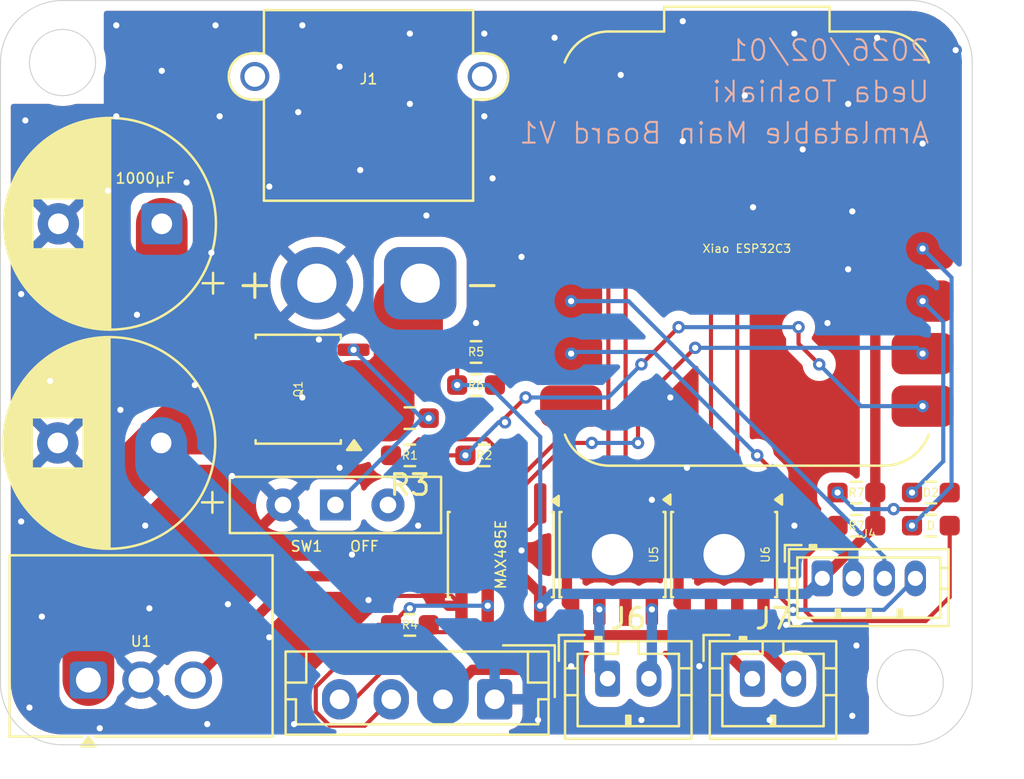
<source format=kicad_pcb>
(kicad_pcb (version 20241229) (generator "pcbnew") (generator_version "9.0")
  (layers (0 "F.Cu" signal) (2 "B.Cu" signal) (13 "F.Paste" user) (15 "B.Paste" user) (5 "F.SilkS" user "F.Silkscreen") (7 "B.SilkS" user "B.Silkscreen") (1 "F.Mask" user) (3 "B.Mask" user) (25 "Edge.Cuts" user))
  (net 0 "")
  (net 1 "GND")
  (net 2 "+12V")
  (net 3 "MD1INA")
  (net 4 "MD2INA")
  (net 5 "MD2INB")
  (net 7 "MD1INB")
  (net 8 "Net-(Q1A-G)")
  (net 9 "+5V")
  (net 10 "SCL")
  (net 11 "TX")
  (net 12 "RX")
  (net 13 "SDA")
  (net 14 "RDE")
  (net 15 "Net-(U2-RO)")
  (net 16 "Net-(J3-Pin_3)")
  (net 17 "Net-(J3-Pin_4)")
  (net 18 "Net-(J6-Pin_2)")
  (net 19 "Net-(J6-Pin_1)")
  (net 20 "Net-(J7-Pin_1)")
  (net 21 "Net-(J7-Pin_2)")
  (net 27 "Net-(D2-K)")
  (net 35 "Net-(D1-K)")
  (net 36 "Net-(D1-A)")
  (net 37 "Net-(D2-A)")
  (net 38 "Net-(J1-Pin_1)")
  (footprint "Connector_JST:JST_ZH_B4B-ZR_1x04_P1.50mm_Vertical" (layer "F.Cu") (at 139.75 127.95)
    (property "Reference" "J4" (at 2.25 -2.15 0) (layer "F.SilkS") (effects (font (size 0.4 0.4) (thickness 0.06))))
    (property "Value" "Conn_01x04_Socket")
    (pad "1" thru_hole roundrect (at 0 0) (size 1.03 1.73) (drill 0.73) (layers "*.Cu" "*.Mask") (roundrect_rratio 0.242718) (net 9 "+5V"))
    (pad "2" thru_hole oval (at 1.5 0) (size 1.03 1.73) (drill 0.73) (layers "*.Cu" "*.Mask") (net 1 "GND"))
    (pad "3" thru_hole oval (at 3 0) (size 1.03 1.73) (drill 0.73) (layers "*.Cu" "*.Mask") (net 13 "SDA"))
    (pad "4" thru_hole oval (at 4.5 0) (size 1.03 1.73) (drill 0.73) (layers "*.Cu" "*.Mask") (net 10 "SCL"))
  )
  (footprint "Connector_JST:JST_PH_B2B-PH-K_1x02_P2.00mm_Vertical" (layer "F.Cu") (at 136.365 132.8)
    (property "Reference" "J7" (at 1 -2.9 0) (layer "F.SilkS"))
    (property "Value" "Conn_01x02_Socket")
    (pad "1" thru_hole oval (at 2 0) (size 1.2 1.75) (drill 0.75) (layers "*.Cu" "*.Mask") (net 20 "Net-(J7-Pin_1)"))
    (pad "2" thru_hole roundrect (at 0 0) (size 1.2 1.75) (drill 0.75) (layers "*.Cu" "*.Mask") (roundrect_rratio 0.208333) (net 21 "Net-(J7-Pin_2)"))
  )
  (footprint "Resistor_SMD:R_0603_1608Metric_Pad0.98x0.95mm_HandSolder" (layer "F.Cu") (at 119.8 120.2 180)
    (property "Reference" "R1" (at 0 -1.8 0) (layer "F.SilkS") (effects (font (size 0.4 0.4) (thickness 0.06))))
    (property "Value" "10kΩ")
    (pad "1" smd roundrect (at -0.9125 0 180) (size 0.975 0.95) (layers "F.Cu" "F.Mask" "F.Paste") (net 8 "Net-(Q1A-G)"))
    (pad "2" smd roundrect (at 0.9125 0 180) (size 0.975 0.95) (layers "F.Cu" "F.Mask" "F.Paste") (net 38 "Net-(J1-Pin_1)"))
  )
  (footprint "Resistor_SMD:R_0603_1608Metric_Pad0.98x0.95mm_HandSolder" (layer "F.Cu") (at 141.4 123.8)
    (property "Reference" "R8" (hide yes))
    (property "Value" "250Ω")
    (pad "1" smd roundrect (at -0.9125 0) (size 0.975 0.95) (layers "F.Cu" "F.Mask" "F.Paste") (net 37 "Net-(D2-A)"))
    (pad "2" smd roundrect (at 0.9125 0) (size 0.975 0.95) (layers "F.Cu" "F.Mask" "F.Paste") (net 9 "+5V"))
  )
  (footprint "Package_SO:SSOP-8_3.9x5.05mm_P1.27mm" (layer "F.Cu") (at 114.4 118.8 180)
    (property "Reference" "Q1" (at 0 0 90) (layer "F.SilkS") (effects (font (size 0.4 0.4) (thickness 0.06))))
    (property "Value" "Q_Dual_PMOS_S1G1S2G2D2D2D1D1")
    (pad "1" smd roundrect (at -2.675 -1.905 180) (size 1.55 0.6) (layers "F.Cu" "F.Mask" "F.Paste") (net 38 "Net-(J1-Pin_1)"))
    (pad "1" smd roundrect (at -2.675 -0.635 180) (size 1.55 0.6) (layers "F.Cu" "F.Mask" "F.Paste") (net 38 "Net-(J1-Pin_1)"))
    (pad "1" smd roundrect (at -2.675 0.635 180) (size 1.55 0.6) (layers "F.Cu" "F.Mask" "F.Paste") (net 38 "Net-(J1-Pin_1)"))
    (pad "2" smd roundrect (at -2.675 1.905 180) (size 1.55 0.6) (layers "F.Cu" "F.Mask" "F.Paste") (net 8 "Net-(Q1A-G)"))
    (pad "7" smd roundrect (at 2.675 0.635 180) (size 1.55 0.6) (layers "F.Cu" "F.Mask" "F.Paste") (net 2 "+12V"))
    (pad "7" smd roundrect (at 2.675 1.905 180) (size 1.55 0.6) (layers "F.Cu" "F.Mask" "F.Paste") (net 2 "+12V"))
    (pad "8" smd roundrect (at 2.675 -1.905 180) (size 1.55 0.6) (layers "F.Cu" "F.Mask" "F.Paste") (net 2 "+12V"))
    (pad "8" smd roundrect (at 2.675 -0.635 180) (size 1.55 0.6) (layers "F.Cu" "F.Mask" "F.Paste") (net 2 "+12V"))
  )
  (footprint "RF_Module:MCU_Seeed_ESP32C3" (layer "F.Cu") (at 136.1 112)
    (property "Reference" "J2" (hide yes))
    (property "Value" "Xiao ESP32C3" (at 0 0 0) (layer "F.SilkS") (effects (font (size 0.4 0.4) (thickness 0.06))))
    (pad "1" smd roundrect (at -8.5 -7.62) (size 3 2) (layers "F.Cu" "F.Mask" "F.Paste") (net 4 "MD2INA"))
    (pad "2" smd roundrect (at -8.5 -5.08) (size 3 2) (layers "F.Cu" "F.Mask" "F.Paste") (net 5 "MD2INB"))
    (pad "3" smd roundrect (at -8.5 -2.54) (size 3 2) (layers "F.Cu" "F.Mask" "F.Paste") (net 3 "MD1INA"))
    (pad "4" smd roundrect (at -8.5 0) (size 3 2) (layers "F.Cu" "F.Mask" "F.Paste") (net 7 "MD1INB"))
    (pad "5" smd roundrect (at -8.5 2.54) (size 3 2) (layers "F.Cu" "F.Mask" "F.Paste") (net 13 "SDA"))
    (pad "6" smd roundrect (at -8.5 5.08) (size 3 2) (layers "F.Cu" "F.Mask" "F.Paste") (net 10 "SCL"))
    (pad "7" smd roundrect (at -8.5 7.62) (size 3 2) (layers "F.Cu" "F.Mask" "F.Paste") (net 11 "TX"))
    (pad "8" smd roundrect (at 8.5 7.62) (size 3 2) (layers "F.Cu" "F.Mask" "F.Paste") (net 12 "RX"))
    (pad "9" smd roundrect (at 8.5 5.08) (size 3 2) (layers "F.Cu" "F.Mask" "F.Paste") (net 14 "RDE"))
    (pad "10" smd roundrect (at 8.5 2.54) (size 3 2) (layers "F.Cu" "F.Mask" "F.Paste") (net 27 "Net-(D2-K)"))
    (pad "11" smd roundrect (at 8.5 0) (size 3 2) (layers "F.Cu" "F.Mask" "F.Paste") (net 35 "Net-(D1-K)"))
    (pad "12" smd roundrect (at 8.5 -2.54) (size 3 2) (layers "F.Cu" "F.Mask" "F.Paste"))
    (pad "13" smd roundrect (at 8.5 -5.08) (size 3 2) (layers "F.Cu" "F.Mask" "F.Paste") (net 1 "GND"))
    (pad "14" smd roundrect (at 8.5 -7.62) (size 3 2) (layers "F.Cu" "F.Mask" "F.Paste") (net 9 "+5V"))
    (pad "15" smd roundrect (at 2.1 0.6) (size 3.5 3.5) (property pad_prop_heatsink) (layers "F.Cu" "F.Mask") (roundrect_rratio 0.07142857143))
    (pad "16" smd roundrect (at -4.5 -0.4) (size 2.3 1.3) (layers "F.Cu" "F.Mask" "F.Paste") (roundrect_rratio 0.1923076923))
    (pad "17" smd roundrect (at -4.5 -2.3) (size 2.3 1.3) (layers "F.Cu" "F.Mask" "F.Paste") (roundrect_rratio 0.1923076923))
    (pad "18" smd circle (at -1.27 -8.62) (size 1.3 1.3) (layers "F.Cu" "F.Mask" "F.Paste"))
    (pad "19" smd circle (at -1.27 -6.04) (size 1.3 1.3) (layers "F.Cu" "F.Mask" "F.Paste"))
    (pad "20" smd circle (at -1.27 -3.5) (size 1.3 1.3) (layers "F.Cu" "F.Mask" "F.Paste"))
    (pad "21" smd circle (at 1.27 -3.5) (size 1.3 1.3) (layers "F.Cu" "F.Mask" "F.Paste"))
    (pad "22" smd circle (at 1.27 -6.04) (size 1.3 1.3) (layers "F.Cu" "F.Mask" "F.Paste"))
    (pad "23" smd circle (at 1.27 -8.62) (size 1.3 1.3) (layers "F.Cu" "F.Mask" "F.Paste"))
  )
  (footprint "Capacitor_THT:CP_Radial_D10.0mm_P5.00mm" (layer "F.Cu") (at 107.767677 121.4 180)
    (property "Reference" "C2" (hide yes))
    (property "Value" "1000μF")
    (pad "1" thru_hole roundrect (at 0 0 180) (size 2 2) (drill 1) (layers "*.Cu" "*.Mask") (roundrect_rratio 0.125) (net 2 "+12V"))
    (pad "2" thru_hole circle (at 5 0 180) (size 2 2) (drill 1) (layers "*.Cu" "*.Mask") (net 1 "GND"))
  )
  (footprint "Resistor_SMD:R_0603_1608Metric_Pad0.98x0.95mm_HandSolder" (layer "F.Cu") (at 119.8 122 180)
    (property "Reference" "R3" (at 0 -1.43 0) (layer "F.SilkS"))
    (property "Value" "2kΩ")
    (pad "1" smd roundrect (at -0.9125 0 180) (size 0.975 0.95) (layers "F.Cu" "F.Mask" "F.Paste") (net 12 "RX"))
    (pad "2" smd roundrect (at 0.9125 0 180) (size 0.975 0.95) (layers "F.Cu" "F.Mask" "F.Paste") (net 1 "GND"))
  )
  (footprint "Resistor_SMD:R_0603_1608Metric_Pad0.98x0.95mm_HandSolder" (layer "F.Cu") (at 123 117 180)
    (property "Reference" "R5" (at 0 0 0) (layer "F.SilkS") (effects (font (size 0.4 0.4) (thickness 0.06))))
    (property "Value" "10kΩ")
    (pad "1" smd roundrect (at -0.9125 0 180) (size 0.975 0.95) (layers "F.Cu" "F.Mask" "F.Paste") (net 13 "SDA"))
    (pad "2" smd roundrect (at 0.9125 0 180) (size 0.975 0.95) (layers "F.Cu" "F.Mask" "F.Paste") (net 9 "+5V"))
  )
  (footprint "Capacitor_THT:CP_Radial_D10.0mm_P5.00mm" (layer "F.Cu") (at 107.8 110.8 180)
    (property "Reference" "C1" (hide yes))
    (property "Value" "1000μF" (at 0.8 2.2 0) (layer "F.SilkS") (effects (font (size 0.5 0.5) (thickness 0.08))))
    (pad "1" thru_hole roundrect (at 0 0 180) (size 2 2) (drill 1) (layers "*.Cu" "*.Mask") (roundrect_rratio 0.125) (net 2 "+12V"))
    (pad "2" thru_hole circle (at 5 0 180) (size 2 2) (drill 1) (layers "*.Cu" "*.Mask") (net 1 "GND"))
  )
  (footprint "Connector_JST:JST_EH_B4B-EH-A_1x04_P2.50mm_Vertical" (layer "F.Cu") (at 123.9 133.8 180)
    (property "Reference" "J3" (hide yes))
    (property "Value" "Conn_01x04_Socket")
    (pad "1" thru_hole roundrect (at 0 0 180) (size 1.7 1.95) (drill 0.95) (layers "*.Cu" "*.Mask") (roundrect_rratio 0.147059) (net 1 "GND"))
    (pad "2" thru_hole oval (at 2.5 0 180) (size 1.7 1.95) (drill 0.95) (layers "*.Cu" "*.Mask") (net 2 "+12V"))
    (pad "3" thru_hole oval (at 5 0 180) (size 1.7 1.95) (drill 0.95) (layers "*.Cu" "*.Mask") (net 16 "Net-(J3-Pin_3)"))
    (pad "4" thru_hole oval (at 7.5 0 180) (size 1.7 1.95) (drill 0.95) (layers "*.Cu" "*.Mask") (net 17 "Net-(J3-Pin_4)"))
  )
  (footprint "Resistor_SMD:R_0603_1608Metric_Pad0.98x0.95mm_HandSolder" (layer "F.Cu") (at 123 118.6)
    (property "Reference" "R6" (at 0 0 0) (layer "F.SilkS") (effects (font (size 0.4 0.4) (thickness 0.06))))
    (property "Value" "10kΩ")
    (pad "1" smd roundrect (at -0.9125 0) (size 0.975 0.95) (layers "F.Cu" "F.Mask" "F.Paste") (net 9 "+5V"))
    (pad "2" smd roundrect (at 0.9125 0) (size 0.975 0.95) (layers "F.Cu" "F.Mask" "F.Paste") (net 10 "SCL"))
  )
  (footprint "Resistor_SMD:R_0603_1608Metric_Pad0.98x0.95mm_HandSolder" (layer "F.Cu") (at 145 123.8)
    (property "Reference" "D2" (at 0 0 0) (layer "F.SilkS") (effects (font (size 0.4 0.4) (thickness 0.06))))
    (property "Value" "LED")
    (pad "1" smd roundrect (at -0.9125 0) (size 0.975 0.95) (layers "F.Cu" "F.Mask" "F.Paste") (net 27 "Net-(D2-K)"))
    (pad "2" smd roundrect (at 0.9125 0) (size 0.975 0.95) (layers "F.Cu" "F.Mask" "F.Paste") (net 37 "Net-(D2-A)"))
  )
  (footprint "Package_SO:HSOP-8-1EP_3.9x4.9mm_P1.27mm_EP2.41x3.1mm" (layer "F.Cu") (at 135 126.8 -90)
    (property "Reference" "U6" (at 0 -2 90) (layer "F.SilkS") (effects (font (size 0.4 0.4) (thickness 0.06))))
    (property "Value" "~")
    (pad "1" smd roundrect (at -2.65 -1.905 270) (size 1.6 0.6) (layers "F.Cu" "F.Mask" "F.Paste") (net 1 "GND"))
    (pad "2" smd roundrect (at -2.65 -0.635 270) (size 1.6 0.6) (layers "F.Cu" "F.Mask" "F.Paste") (net 4 "MD2INA"))
    (pad "3" smd roundrect (at -2.65 0.635 270) (size 1.6 0.6) (layers "F.Cu" "F.Mask" "F.Paste") (net 5 "MD2INB"))
    (pad "4" smd roundrect (at -2.65 1.905 270) (size 1.6 0.6) (layers "F.Cu" "F.Mask" "F.Paste") (net 2 "+12V"))
    (pad "5" smd roundrect (at 2.65 1.905 270) (size 1.6 0.6) (layers "F.Cu" "F.Mask" "F.Paste") (net 2 "+12V"))
    (pad "6" smd roundrect (at 2.65 0.635 270) (size 1.6 0.6) (layers "F.Cu" "F.Mask" "F.Paste") (net 21 "Net-(J7-Pin_2)"))
    (pad "7" smd roundrect (at 2.65 -0.635 270) (size 1.6 0.6) (layers "F.Cu" "F.Mask" "F.Paste"))
    (pad "8" smd roundrect (at 2.65 -1.905 270) (size 1.6 0.6) (layers "F.Cu" "F.Mask" "F.Paste") (net 20 "Net-(J7-Pin_1)"))
    (pad "9" thru_hole rect (at 0 0 270) (size 2.41 3.1) (drill 2) (property pad_prop_heatsink) (layers "*.Cu" "*.Mask") (net 1 "GND") (padstack (mode front_inner_back) (layer "Inner" (shape rect) (size 2.41 3.1)) (layer "B.Cu" (shape circle) (size 2.41 2.41))))
  )
  (footprint "Connector_JST:JST_PH_B2B-PH-K_1x02_P2.00mm_Vertical" (layer "F.Cu") (at 129.365 132.8)
    (property "Reference" "J6" (at 1 -2.9 0) (layer "F.SilkS"))
    (property "Value" "Conn_01x02_Socket")
    (pad "1" thru_hole oval (at 2 0) (size 1.2 1.75) (drill 0.75) (layers "*.Cu" "*.Mask") (net 19 "Net-(J6-Pin_1)"))
    (pad "2" thru_hole roundrect (at 0 0) (size 1.2 1.75) (drill 0.75) (layers "*.Cu" "*.Mask") (roundrect_rratio 0.208333) (net 18 "Net-(J6-Pin_2)"))
  )
  (footprint "Resistor_SMD:R_0603_1608Metric_Pad0.98x0.95mm_HandSolder" (layer "F.Cu") (at 141.4 125.4)
    (property "Reference" "R7" (at 0 -1.6 0) (layer "F.SilkS") (effects (font (size 0.4 0.4) (thickness 0.06))))
    (property "Value" "250Ω")
    (fp_text user "${REFERENCE}" (at 0 0 0) (layer "F.SilkS") (effects (font (size 0.4 0.4) (thickness 0.06))))
    (pad "1" smd roundrect (at -0.9125 0) (size 0.975 0.95) (layers "F.Cu" "F.Mask" "F.Paste") (net 36 "Net-(D1-A)"))
    (pad "2" smd roundrect (at 0.9125 0) (size 0.975 0.95) (layers "F.Cu" "F.Mask" "F.Paste") (net 9 "+5V"))
  )
  (footprint "Package_SO:HSOP-8-1EP_3.9x4.9mm_P1.27mm_EP2.41x3.1mm" (layer "F.Cu") (at 129.6 126.8 -90)
    (property "Reference" "U5" (at 0 -2 90) (layer "F.SilkS") (effects (font (size 0.4 0.4) (thickness 0.06))))
    (property "Value" "~")
    (pad "1" smd roundrect (at -2.65 -1.905 270) (size 1.6 0.6) (layers "F.Cu" "F.Mask" "F.Paste") (net 1 "GND"))
    (pad "2" smd roundrect (at -2.65 -0.635 270) (size 1.6 0.6) (layers "F.Cu" "F.Mask" "F.Paste") (net 3 "MD1INA"))
    (pad "3" smd roundrect (at -2.65 0.635 270) (size 1.6 0.6) (layers "F.Cu" "F.Mask" "F.Paste") (net 7 "MD1INB"))
    (pad "4" smd roundrect (at -2.65 1.905 270) (size 1.6 0.6) (layers "F.Cu" "F.Mask" "F.Paste") (net 2 "+12V"))
    (pad "5" smd roundrect (at 2.65 1.905 270) (size 1.6 0.6) (layers "F.Cu" "F.Mask" "F.Paste") (net 2 "+12V"))
    (pad "6" smd roundrect (at 2.65 0.635 270) (size 1.6 0.6) (layers "F.Cu" "F.Mask" "F.Paste") (net 18 "Net-(J6-Pin_2)"))
    (pad "7" smd roundrect (at 2.65 -0.635 270) (size 1.6 0.6) (layers "F.Cu" "F.Mask" "F.Paste"))
    (pad "8" smd roundrect (at 2.65 -1.905 270) (size 1.6 0.6) (layers "F.Cu" "F.Mask" "F.Paste") (net 19 "Net-(J6-Pin_1)"))
    (pad "9" thru_hole rect (at 0 0 270) (size 2.41 3.1) (drill 2) (property pad_prop_heatsink) (layers "*.Cu" "F.Mask") (net 1 "GND") (padstack (mode front_inner_back) (layer "Inner" (shape rect) (size 2.41 3.1)) (layer "B.Cu" (shape circle) (size 2.41 2.41))))
  )
  (footprint "Connector_AMASS:AMASS_XT30PW-M_1x02_P2.50mm_Horizontal" (layer "F.Cu") (at 120.3 113.675)
    (property "Reference" "J1" (at -2.5 -9.875 0) (layer "F.SilkS") (effects (font (size 0.5 0.5) (thickness 0.08))))
    (property "Value" "Conn_01x02_Pin")
    (fp_text user "+" (at -8 0 0) (layer "F.SilkS") (effects (font (size 1.5 1.5))))
    (fp_text user "-" (at 3 0 0) (layer "F.SilkS") (effects (font (size 1.5 1.5))))
    (pad "" thru_hole circle (at -8 -10) (size 1.4 1.4) (drill 1) (layers "*.Cu" "*.Mask"))
    (pad "" thru_hole circle (at 3 -10) (size 1.4 1.4) (drill 1) (layers "*.Cu" "*.Mask"))
    (pad "1" thru_hole roundrect (at 0 0) (size 3.5 3.5) (drill 1.9) (layers "*.Cu" "*.Mask") (roundrect_rratio 0.22) (net 38 "Net-(J1-Pin_1)"))
    (pad "2" thru_hole circle (at -5 0) (size 3.5 3.5) (drill 1.9) (layers "*.Cu" "*.Mask") (net 1 "GND"))
  )
  (footprint "Resistor_SMD:R_0603_1608Metric_Pad0.98x0.95mm_HandSolder" (layer "F.Cu") (at 123.4 122 180)
    (property "Reference" "R2" (at 0 0 0) (layer "F.SilkS") (effects (font (size 0.4 0.4) (thickness 0.06))))
    (property "Value" "1kΩ")
    (pad "1" smd roundrect (at -0.9125 0 180) (size 0.975 0.95) (layers "F.Cu" "F.Mask" "F.Paste") (net 15 "Net-(U2-RO)"))
    (pad "2" smd roundrect (at 0.9125 0 180) (size 0.975 0.95) (layers "F.Cu" "F.Mask" "F.Paste") (net 12 "RX"))
  )
  (footprint "Resistor_SMD:R_0603_1608Metric_Pad0.98x0.95mm_HandSolder" (layer "F.Cu") (at 145 125.4)
    (property "Reference" "D1" (hide yes))
    (property "Value" "LED")
    (fp_text user "D" (at 0 0 0) (layer "F.SilkS") (effects (font (size 0.4 0.4) (thickness 0.06))))
    (pad "1" smd roundrect (at -0.9125 0) (size 0.975 0.95) (layers "F.Cu" "F.Mask" "F.Paste") (net 35 "Net-(D1-K)"))
    (pad "2" smd roundrect (at 0.9125 0) (size 0.975 0.95) (layers "F.Cu" "F.Mask" "F.Paste") (net 36 "Net-(D1-A)"))
  )
  (footprint "Resistor_SMD:R_0603_1608Metric_Pad0.98x0.95mm_HandSolder" (layer "F.Cu") (at 119.8 130.2)
    (property "Reference" "R4" (at 0 0 0) (layer "F.SilkS") (effects (font (size 0.4 0.4) (thickness 0.06))))
    (property "Value" "120Ω" (hide yes))
    (pad "1" smd roundrect (at -0.9125 0) (size 0.975 0.95) (layers "F.Cu" "F.Mask" "F.Paste") (net 16 "Net-(J3-Pin_3)"))
    (pad "2" smd roundrect (at 0.9125 0) (size 0.975 0.95) (layers "F.Cu" "F.Mask" "F.Paste") (net 17 "Net-(J3-Pin_4)"))
  )
  (footprint "Package_SO:SOIC-8_3.9x4.9mm_P1.27mm" (layer "F.Cu") (at 124.2 126.8 -90)
    (property "Reference" "U2" (hide yes))
    (property "Value" "MAX485E" (at 0 0 90) (layer "F.SilkS") (effects (font (size 0.5 0.5) (thickness 0.08))))
    (pad "1" smd roundrect (at -2.475 -1.905 270) (size 1.95 0.6) (layers "F.Cu" "F.Mask" "F.Paste") (net 15 "Net-(U2-RO)"))
    (pad "2" smd roundrect (at -2.475 -0.635 270) (size 1.95 0.6) (layers "F.Cu" "F.Mask" "F.Paste") (net 14 "RDE"))
    (pad "3" smd roundrect (at -2.475 0.635 270) (size 1.95 0.6) (layers "F.Cu" "F.Mask" "F.Paste") (net 14 "RDE"))
    (pad "4" smd roundrect (at -2.475 1.905 270) (size 1.95 0.6) (layers "F.Cu" "F.Mask" "F.Paste") (net 11 "TX"))
    (pad "5" smd roundrect (at 2.475 1.905 270) (size 1.95 0.6) (layers "F.Cu" "F.Mask" "F.Paste") (net 1 "GND"))
    (pad "6" smd roundrect (at 2.475 0.635 270) (size 1.95 0.6) (layers "F.Cu" "F.Mask" "F.Paste") (net 16 "Net-(J3-Pin_3)"))
    (pad "7" smd roundrect (at 2.475 -0.635 270) (size 1.95 0.6) (layers "F.Cu" "F.Mask" "F.Paste") (net 17 "Net-(J3-Pin_4)"))
    (pad "8" smd roundrect (at 2.475 -1.905 270) (size 1.95 0.6) (layers "F.Cu" "F.Mask" "F.Paste") (net 9 "+5V"))
  )
  (footprint "Button_Switch_THT:SW_Slide-03_Wuerth-WS-SLTV_10x2.5x6.4_P2.54mm" (layer "F.Cu") (at 116.2 124.4)
    (property "Reference" "SW1" (at -1.4 2 0) (layer "F.SilkS") (effects (font (size 0.5 0.5) (thickness 0.08))))
    (property "Value" "SW_SPDT")
    (fp_text user "OFF" (at 1.4 2 0) (layer "F.SilkS") (effects (font (size 0.5 0.5) (thickness 0.08))))
    (pad "1" thru_hole rect (at 0 0) (size 1.5 1.5) (drill 0.8) (layers "*.Cu" "*.Mask") (net 8 "Net-(Q1A-G)"))
    (pad "2" thru_hole circle (at -2.54 0) (size 1.6 1.6) (drill 0.8) (layers "*.Cu" "*.Mask") (net 1 "GND"))
    (pad "3" thru_hole circle (at 2.54 0) (size 1.6 1.6) (drill 0.8) (layers "*.Cu" "*.Mask"))
  )
  (footprint "Converter_DCDC:Converter_DCDC_TRACO_TSR0.5-24xx_TSR0.5-24xxx_THT" (layer "F.Cu") (at 104.25 132.87 90)
    (property "Reference" "U1" (at 1.87 2.55 180) (layer "F.SilkS") (effects (font (size 0.5 0.5) (thickness 0.08))))
    (property "Value" "TSR0.5-2450" (hide yes))
    (pad "1" thru_hole roundrect (at 0 0 90) (size 1.8 1.8) (drill 1.2) (layers "*.Cu" "*.Mask") (roundrect_rratio 0.138889) (net 2 "+12V"))
    (pad "2" thru_hole circle (at 0 2.54 90) (size 1.8 1.8) (drill 1.2) (layers "*.Cu" "*.Mask") (net 1 "GND"))
    (pad "3" thru_hole circle (at 0 5.08 90) (size 1.8 1.8) (drill 1.2) (layers "*.Cu" "*.Mask") (net 9 "+5V"))
  )
  (gr_arc (start 147 133) (mid 146.12132 135.12132) (end 144 136) (stroke (width 0.05)) (layer "Edge.Cuts"))
  (gr_arc (start 103 136) (mid 100.87868 135.12132) (end 100 133) (stroke (width 0.05)) (layer "Edge.Cuts"))
  (gr_line (start 103 136) (end 144 136) (stroke (width 0.05)) (layer "Edge.Cuts"))
  (gr_circle (center 144 133) (end 145.6 133) (stroke (width 0.05)) (fill no) (layer "Edge.Cuts"))
  (gr_line (start 147 133) (end 147 103) (stroke (width 0.05)) (layer "Edge.Cuts"))
  (gr_line (start 100 103) (end 100 133) (stroke (width 0.05)) (layer "Edge.Cuts"))
  (gr_circle (center 103 103) (end 103 101.4) (stroke (width 0.05)) (fill no) (layer "Edge.Cuts"))
  (gr_line (start 144 100) (end 103 100) (stroke (width 0.05)) (layer "Edge.Cuts"))
  (gr_arc (start 100 103) (mid 100.87868 100.87868) (end 103 100) (stroke (width 0.05)) (layer "Edge.Cuts"))
  (gr_arc (start 144 100) (mid 146.12132 100.87868) (end 147 103) (stroke (width 0.05)) (layer "Edge.Cuts"))
  (gr_text "2026/02/01" (at 145 103 0) (layer "B.SilkS") (effects (font (size 1 1) (thickness 0.1)) (justify left bottom mirror)))
  (gr_text "Ueda Toshiaki" (at 145 105 0) (layer "B.SilkS") (effects (font (size 1 1) (thickness 0.1)) (justify left bottom mirror)))
  (gr_text "Armlatable Main Board V1" (at 145 107 0) (layer "B.SilkS") (effects (font (size 1 1) (thickness 0.1)) (justify left bottom mirror)))
  (segment (start 121.82 128.8) (end 118.4 128.8) (width 0.2) (layer "F.Cu") (net 1))
  (segment (start 122.295 129.275) (end 121.82 128.8) (width 0.2) (layer "F.Cu") (net 1))
  (via (at 101 114.2) (size 0.6) (drill 0.3) (layers "F.Cu" "B.Cu") (net 1))
  (via (at 116.4 122.6) (size 0.6) (drill 0.3) (layers "F.Cu" "B.Cu") (net 1))
  (via (at 136.4 110) (size 0.6) (drill 0.3) (layers "F.Cu" "B.Cu") (net 1))
  (via (at 136 104.6) (size 0.6) (drill 0.3) (layers "F.Cu" "B.Cu") (net 1))
  (via (at 101 125.2) (size 0.6) (drill 0.3) (layers "F.Cu" "B.Cu") (net 1))
  (via (at 141.4 131.2) (size 0.6) (drill 0.3) (layers "F.Cu" "B.Cu") (net 1))
  (via (at 125.2 112.4) (size 0.6) (drill 0.3) (layers "F.Cu" "B.Cu") (net 1))
  (via (at 120.2 125.4) (size 0.6) (drill 0.3) (layers "F.Cu" "B.Cu") (net 1))
  (via (at 105.8 119.8) (size 0.6) (drill 0.3) (layers "F.Cu" "B.Cu") (net 1))
  (via (at 133.8 132.2) (size 0.6) (drill 0.3) (layers "F.Cu" "B.Cu") (net 1))
  (via (at 133 101) (size 0.6) (drill 0.3) (layers "F.Cu" "B.Cu") (net 1))
  (via (at 114.2 135) (size 0.6) (drill 0.3) (layers "F.Cu" "B.Cu") (net 1))
  (via (at 126.8 101.8) (size 0.6) (drill 0.3) (layers "F.Cu" "B.Cu") (net 1))
  (via (at 105.6 101.2) (size 0.6) (drill 0.3) (layers "F.Cu" "B.Cu") (net 1))
  (via (at 146.2 102.4) (size 0.6) (drill 0.3) (layers "F.Cu" "B.Cu") (net 1))
  (via (at 105.2 109.2) (size 0.6) (drill 0.3) (layers "F.Cu" "B.Cu") (net 1))
  (via (at 141.2 110.2) (size 0.6) (drill 0.3) (layers "F.Cu" "B.Cu") (net 1))
  (via (at 126 134.8) (size 0.6) (drill 0.3) (layers "F.Cu" "B.Cu") (net 1))
  (via (at 116.4 103.2) (size 0.6) (drill 0.3) (layers "F.Cu" "B.Cu") (net 1))
  (via (at 114.6 101.2) (size 0.6) (drill 0.3) (layers "F.Cu" "B.Cu") (net 1))
  (via (at 110.2 112.2) (size 0.6) (drill 0.3) (layers "F.Cu" "B.Cu") (net 1))
  (via (at 102.4 118.4) (size 0.6) (drill 0.3) (layers "F.Cu" "B.Cu") (net 1))
  (via (at 102 129.8) (size 0.6) (drill 0.3) (layers "F.Cu" "B.Cu") (net 1))
  (via (at 105.6 105.6) (size 0.6) (drill 0.3) (layers "F.Cu" "B.Cu") (net 1))
  (via (at 110.4 101.2) (size 0.6) (drill 0.3) (layers "F.Cu" "B.Cu") (net 1))
  (via (at 113 130.8) (size 0.6) (drill 0.3) (layers "F.Cu" "B.Cu") (net 1))
  (via (at 131.505 124.15) (size 0.6) (drill 0.3) (layers "F.Cu" "B.Cu") (net 1))
  (via (at 104.8 135.2) (size 0.6) (drill 0.3) (layers "F.Cu" "B.Cu") (net 1))
  (via (at 117.8 129) (size 0.6) (drill 0.3) (layers "F.Cu" "B.Cu") (net 1))
  (via (at 127.6 132.2) (size 0.6) (drill 0.3) (layers "F.Cu" "B.Cu") (net 1))
  (via (at 131 134.8) (size 0.6) (drill 0.3) (layers "F.Cu" "B.Cu") (net 1))
  (via (at 101.2 105.8) (size 0.6) (drill 0.3) (layers "F.Cu" "B.Cu") (net 1))
  (via (at 138.4 125.4) (size 0.6) (drill 0.3) (layers "F.Cu" "B.Cu") (net 1))
  (via (at 141 105) (size 0.6) (drill 0.3) (layers "F.Cu" "B.Cu") (net 1))
  (via (at 138 130.2) (size 0.6) (drill 0.3) (layers "F.Cu" "B.Cu") (net 1))
  (via (at 125.2 126.6) (size 0.6) (drill 0.3) (layers "F.Cu" "B.Cu") (net 1))
  (via (at 115.4 116.4) (size 0.6) (drill 0.3) (layers "F.Cu" "B.Cu") (net 1))
  (via (at 111.2 123) (size 0.6) (drill 0.3) (layers "F.Cu" "B.Cu") (net 1))
  (via (at 140 115.6) (size 0.6) (drill 0.3) (layers "F.Cu" "B.Cu") (net 1))
  (via (at 133.2 122.6) (size 0.6) (drill 0.3) (layers "F.Cu" "B.Cu") (net 1))
  (via (at 138.8 107.2) (size 0.6) (drill 0.3) (layers "F.Cu" "B.Cu") (net 1))
  (via (at 142.4 101.8) (size 0.6) (drill 0.3) (layers "F.Cu" "B.Cu") (net 1))
  (via (at 133 106.8) (size 0.6) (drill 0.3) (layers "F.Cu" "B.Cu") (net 1))
  (via (at 123.8 108.6) (size 0.6) (drill 0.3) (layers "F.Cu" "B.Cu") (net 1))
  (via (at 114.6 119.2) (size 0.6) (drill 0.3) (layers "F.Cu" "B.Cu") (net 1))
  (via (at 130 103.6) (size 0.6) (drill 0.3) (layers "F.Cu" "B.Cu") (net 1))
  (via (at 123.4 105.6) (size 0.6) (drill 0.3) (layers "F.Cu" "B.Cu") (net 1))
  (via (at 137.2 134.8) (size 0.6) (drill 0.3) (layers "F.Cu" "B.Cu") (net 1))
  (via (at 119.8 105) (size 0.6) (drill 0.3) (layers "F.Cu" "B.Cu") (net 1))
  (via (at 109.4 118.6) (size 0.6) (drill 0.3) (layers "F.Cu" "B.Cu") (net 1))
  (via (at 110 135) (size 0.6) (drill 0.3) (layers "F.Cu" "B.Cu") (net 1))
  (via (at 113 109) (size 0.6) (drill 0.3) (layers "F.Cu" "B.Cu") (net 1))
  (via (at 101.4 134.2) (size 0.6) (drill 0.3) (layers "F.Cu" "B.Cu") (net 1))
  (via (at 107.2 129.4) (size 0.6) (drill 0.3) (layers "F.Cu" "B.Cu") (net 1))
  (via (at 117.4 108.2) (size 0.6) (drill 0.3) (layers "F.Cu" "B.Cu") (net 1))
  (via (at 119.8 101.6) (size 0.6) (drill 0.3) (layers "F.Cu" "B.Cu") (net 1))
  (via (at 123 115.6) (size 0.6) (drill 0.3) (layers "F.Cu" "B.Cu") (net 1))
  (via (at 109 108.8) (size 0.6) (drill 0.3) (layers "F.Cu" "B.Cu") (net 1))
  (via (at 107 125.4) (size 0.6) (drill 0.3) (layers "F.Cu" "B.Cu") (net 1))
  (via (at 141.2 134.6) (size 0.6) (drill 0.3) (layers "F.Cu" "B.Cu") (net 1))
  (via (at 123.4 101.6) (size 0.6) (drill 0.3) (layers "F.Cu" "B.Cu") (net 1))
  (via (at 141 113) (size 0.6) (drill 0.3) (layers "F.Cu" "B.Cu") (net 1))
  (via (at 120.6 110.4) (size 0.6) (drill 0.3) (layers "F.Cu" "B.Cu") (net 1))
  (via (at 117 126.8) (size 0.6) (drill 0.3) (layers "F.Cu" "B.Cu") (net 1))
  (via (at 110.6 105.6) (size 0.6) (drill 0.3) (layers "F.Cu" "B.Cu") (net 1))
  (via (at 111 129.2) (size 0.6) (drill 0.3) (layers "F.Cu" "B.Cu") (net 1))
  (via (at 106.6 115.2) (size 0.6) (drill 0.3) (layers "F.Cu" "B.Cu") (net 1))
  (via (at 144.6 106.92) (size 0.6) (drill 0.3) (layers "F.Cu" "B.Cu") (net 1))
  (via (at 138.4 101.6) (size 0.6) (drill 0.3) (layers "F.Cu" "B.Cu") (net 1))
  (via (at 114.4 105.4) (size 0.6) (drill 0.3) (layers "F.Cu" "B.Cu") (net 1))
  (via (at 107.8 103.4) (size 0.6) (drill 0.3) (layers "F.Cu" "B.Cu") (net 1))
  (via (at 132.4 119.2) (size 0.6) (drill 0.3) (layers "F.Cu" "B.Cu") (net 1))
  (segment (start 107.8 110.8) (end 107.8 112.97) (width 2.5) (layer "F.Cu") (net 2))
  (segment (start 107.767677 121.4) (end 104.25 124.917677) (width 2.5) (layer "F.Cu") (net 2))
  (segment (start 127.395001 124.449999) (end 127.695 124.15) (width 0.5) (layer "F.Cu") (net 2))
  (segment (start 132.795 129.15) (end 132.795001 124.449999) (width 0.5) (layer "F.Cu") (net 2))
  (segment (start 104.25 124.917677) (end 104.25 132.87) (width 2.5) (layer "F.Cu") (net 2))
  (segment (start 127.695 129.45) (end 127.395 129.15) (width 0.5) (layer "F.Cu") (net 2))
  (segment (start 132.899 130.701) (end 133.095 130.505) (width 0.5) (layer "F.Cu") (net 2))
  (segment (start 132.795001 124.449999) (end 133.095 124.15) (width 0.5) (layer "F.Cu") (net 2))
  (segment (start 111.725 120.705) (end 108.462677 120.705) (width 2.5) (layer "F.Cu") (net 2))
  (segment (start 127.695 130.249999) (end 125.570999 132.374) (width 0.5) (layer "F.Cu") (net 2))
  (segment (start 128.146001 130.701) (end 132.899 130.701) (width 0.5) (layer "F.Cu") (net 2))
  (segment (start 127.695 129.45) (end 127.695 130.249999) (width 0.5) (layer "F.Cu") (net 2))
  (segment (start 133.095 129.45) (end 132.795 129.15) (width 0.5) (layer "F.Cu") (net 2))
  (segment (start 108.462677 120.705) (end 107.767677 121.4) (width 2.5) (layer "F.Cu") (net 2))
  (segment (start 125.570999 132.374) (end 122.826 132.374) (width 0.5) (layer "F.Cu") (net 2))
  (segment (start 107.8 112.97) (end 111.725 116.895) (width 2.5) (layer "F.Cu") (net 2))
  (segment (start 127.395 129.15) (end 127.395001 124.449999) (width 0.5) (layer "F.Cu") (net 2))
  (segment (start 133.095 130.505) (end 133.095 129.45) (width 0.5) (layer "F.Cu") (net 2))
  (segment (start 122.826 132.374) (end 121.4 133.8) (width 0.5) (layer "F.Cu") (net 2))
  (segment (start 111.725 116.895) (end 111.725 120.705) (width 2.5) (layer "F.Cu") (net 2))
  (segment (start 127.695 130.249999) (end 128.146001 130.701) (width 0.5) (layer "F.Cu") (net 2))
  (segment (start 116.741677 131.374) (end 119.853105 131.374) (width 2.5) (layer "B.Cu") (net 2))
  (segment (start 119.853105 131.374) (end 121.4 132.920895) (width 2.5) (layer "B.Cu") (net 2))
  (segment (start 107.767677 122.4) (end 116.741677 131.374) (width 2.5) (layer "B.Cu") (net 2))
  (segment (start 107.767677 121.4) (end 107.767677 122.4) (width 2.5) (layer "B.Cu") (net 2))
  (segment (start 121.4 132.920895) (end 121.4 133.8) (width 2.5) (layer "B.Cu") (net 2))
  (segment (start 127.86 109.46) (end 127.6 109.46) (width 0.2) (layer "F.Cu") (net 3))
  (segment (start 130.235 124.15) (end 130.235 112.635) (width 0.2) (layer "F.Cu") (net 3))
  (segment (start 130.235 112.635) (end 129.401 111.801) (width 0.2) (layer "F.Cu") (net 3))
  (segment (start 129.401 111.801) (end 129.401 111.001) (width 0.2) (layer "F.Cu") (net 3))
  (segment (start 129.401 111.001) (end 127.86 109.46) (width 0.2) (layer "F.Cu") (net 3))
  (segment (start 129.1 104.38) (end 135.635 110.915) (width 0.2) (layer "F.Cu") (net 4))
  (segment (start 127.6 104.38) (end 129.1 104.38) (width 0.2) (layer "F.Cu") (net 4))
  (segment (start 135.635 110.915) (end 135.635 124.15) (width 0.2) (layer "F.Cu") (net 4))
  (segment (start 127.6 106.92) (end 130.90616 106.92) (width 0.2) (layer "F.Cu") (net 5))
  (segment (start 130.90616 106.92) (end 134.365 110.37884) (width 0.2) (layer "F.Cu") (net 5))
  (segment (start 134.365 110.37884) (end 134.365 124.15) (width 0.2) (layer "F.Cu") (net 5))
  (segment (start 128.965 124.15) (end 129.401 123.714) (width 0.2) (layer "F.Cu") (net 7))
  (segment (start 127.700058 112) (end 127.6 112) (width 0.2) (layer "F.Cu") (net 7))
  (segment (start 129.401 123.714) (end 129.401 113.700942) (width 0.2) (layer "F.Cu") (net 7))
  (segment (start 129.401 113.700942) (end 127.700058 112) (width 0.2) (layer "F.Cu") (net 7))
  (via (at 117.075 116.895) (size 0.6) (drill 0.3) (layers "F.Cu" "B.Cu") (net 8))
  (via (at 120.7125 120.2) (size 0.6) (drill 0.3) (layers "F.Cu" "B.Cu") (net 8))
  (segment (start 116.2 124.4) (end 120.4 120.2) (width 0.2) (layer "B.Cu") (net 8))
  (segment (start 120.38 120.2) (end 117.075 116.895) (width 0.2) (layer "B.Cu") (net 8))
  (segment (start 120.7125 120.2) (end 120.38 120.2) (width 0.2) (layer "B.Cu") (net 8))
  (segment (start 120.4 120.2) (end 120.7125 120.2) (width 0.2) (layer "B.Cu") (net 8))
  (segment (start 125.249 127.849) (end 126.105 128.705) (width 0.5) (layer "F.Cu") (net 9))
  (segment (start 126.105 128.705) (end 126.105 129.275) (width 0.5) (layer "F.Cu") (net 9))
  (segment (start 122.0875 118.6) (end 122.0875 117) (width 0.2) (layer "F.Cu") (net 9))
  (segment (start 114.351 127.849) (end 125.249 127.849) (width 0.5) (layer "F.Cu") (net 9))
  (segment (start 142.3125 123.8) (end 142.3125 125.4) (width 0.5) (layer "F.Cu") (net 9))
  (segment (start 142.3125 106.35531) (end 142.3125 123.8) (width 0.5) (layer "F.Cu") (net 9))
  (segment (start 142.3125 125.4) (end 139.75 127.9625) (width 0.5) (layer "F.Cu") (net 9))
  (segment (start 109.33 132.87) (end 114.351 127.849) (width 0.5) (layer "F.Cu") (net 9))
  (segment (start 144.28781 104.38) (end 142.3125 106.35531) (width 0.5) (layer "F.Cu") (net 9))
  (segment (start 144.6 104.38) (end 144.28781 104.38) (width 0.5) (layer "F.Cu") (net 9))
  (via (at 126.105 129.275) (size 0.6) (drill 0.3) (layers "F.Cu" "B.Cu") (net 9))
  (via (at 122.0875 118.6) (size 0.6) (drill 0.3) (layers "F.Cu" "B.Cu") (net 9))
  (segment (start 139.75 127.95) (end 139.001 128.699) (width 0.5) (layer "B.Cu") (net 9))
  (segment (start 126.681 128.699) (end 126.105 129.275) (width 0.5) (layer "B.Cu") (net 9))
  (segment (start 123.6 118.6) (end 126.105 121.105) (width 0.2) (layer "B.Cu") (net 9))
  (segment (start 126.105 121.105) (end 126.105 129.275) (width 0.2) (layer "B.Cu") (net 9))
  (segment (start 122.0875 118.6) (end 123.6 118.6) (width 0.2) (layer "B.Cu") (net 9))
  (segment (start 139.001 128.699) (end 126.681 128.699) (width 0.5) (layer "B.Cu") (net 9))
  (segment (start 125.4325 117.08) (end 127.6 117.08) (width 0.2) (layer "F.Cu") (net 10))
  (segment (start 137.506 128.645057) (end 137.506 122.906) (width 0.2) (layer "F.Cu") (net 10))
  (segment (start 137.506 122.906) (end 136.6 122) (width 0.2) (layer "F.Cu") (net 10))
  (segment (start 138.334 129.473057) (end 137.506 128.645057) (width 0.2) (layer "F.Cu") (net 10))
  (segment (start 123.9125 118.6) (end 125.4325 117.08) (width 0.2) (layer "F.Cu") (net 10))
  (via (at 138.334 129.473057) (size 0.6) (drill 0.3) (layers "F.Cu" "B.Cu") (net 10))
  (via (at 127.6 117.08) (size 0.6) (drill 0.3) (layers "F.Cu" "B.Cu") (net 10))
  (via (at 136.6 122) (size 0.6) (drill 0.3) (layers "F.Cu" "B.Cu") (net 10))
  (segment (start 136.6 122) (end 131.599 116.999) (width 0.2) (layer "B.Cu") (net 10))
  (segment (start 131.599 116.999) (end 127.681 116.999) (width 0.2) (layer "B.Cu") (net 10))
  (segment (start 142.730941 129.473057) (end 138.334 129.473057) (width 0.2) (layer "B.Cu") (net 10))
  (segment (start 144.25 127.95) (end 144.25 127.953998) (width 0.2) (layer "B.Cu") (net 10))
  (segment (start 127.681 116.999) (end 127.6 117.08) (width 0.2) (layer "B.Cu") (net 10))
  (segment (start 144.25 127.953998) (end 142.730941 129.473057) (width 0.2) (layer "B.Cu") (net 10))
  (segment (start 122.295 123.978032) (end 122.295 124.325) (width 0.2) (layer "F.Cu") (net 11))
  (segment (start 127.6 120.62) (end 125.171 123.049) (width 0.2) (layer "F.Cu") (net 11))
  (segment (start 127.6 119.62) (end 127.6 120.62) (width 0.2) (layer "F.Cu") (net 11))
  (segment (start 123.224032 123.049) (end 122.295 123.978032) (width 0.2) (layer "F.Cu") (net 11))
  (segment (start 125.171 123.049) (end 123.224032 123.049) (width 0.2) (layer "F.Cu") (net 11))
  (segment (start 122.4875 122) (end 122.6 122) (width 0.2) (layer "F.Cu") (net 12))
  (segment (start 124.4 120.4) (end 124.4 120.2) (width 0.2) (layer "F.Cu") (net 12))
  (segment (start 122.4875 122) (end 120.7125 122) (width 0.2) (layer "F.Cu") (net 12))
  (segment (start 131 117.6) (end 132.8 115.8) (width 0.2) (layer "F.Cu") (net 12))
  (segment (start 138.6 116.6) (end 139.6 117.6) (width 0.2) (layer "F.Cu") (net 12))
  (segment (start 124.4 120.2) (end 125.4 119.2) (width 0.2) (layer "F.Cu") (net 12))
  (segment (start 138.6 115.8) (end 138.6 116.6) (width 0.2) (layer "F.Cu") (net 12))
  (via (at 122.4875 122) (size 0.6) (drill 0.3) (layers "F.Cu" "B.Cu") (net 12))
  (via (at 132.8 115.8) (size 0.6) (drill 0.3) (layers "F.Cu" "B.Cu") (net 12))
  (via (at 139.6 117.6) (size 0.6) (drill 0.3) (layers "F.Cu" "B.Cu") (net 12))
  (via (at 138.6 115.8) (size 0.6) (drill 0.3) (layers "F.Cu" "B.Cu") (net 12))
  (via (at 144.6 119.62) (size 0.6) (drill 0.3) (layers "F.Cu" "B.Cu") (net 12))
  (via (at 124.4 120.4) (size 0.6) (drill 0.3) (layers "F.Cu" "B.Cu") (net 12))
  (via (at 131 117.6) (size 0.6) (drill 0.3) (layers "F.Cu" "B.Cu") (net 12))
  (via (at 125.4 119.2) (size 0.6) (drill 0.3) (layers "F.Cu" "B.Cu") (net 12))
  (segment (start 125.4 119.2) (end 129.4 119.2) (width 0.2) (layer "B.Cu") (net 12))
  (segment (start 132.8 115.8) (end 138.6 115.8) (width 0.2) (layer "B.Cu") (net 12))
  (segment (start 139.6 117.6) (end 141.62 119.62) (width 0.2) (layer "B.Cu") (net 12))
  (segment (start 122.4875 122) (end 124.0875 120.4) (width 0.2) (layer "B.Cu") (net 12))
  (segment (start 129.4 119.2) (end 131 117.6) (width 0.2) (layer "B.Cu") (net 12))
  (segment (start 124.0875 120.4) (end 124.4 120.4) (width 0.2) (layer "B.Cu") (net 12))
  (segment (start 141.62 119.62) (end 144.6 119.62) (width 0.2) (layer "B.Cu") (net 12))
  (segment (start 126.3725 114.54) (end 127.6 114.54) (width 0.2) (layer "F.Cu") (net 13))
  (segment (start 123.9125 117) (end 126.3725 114.54) (width 0.2) (layer "F.Cu") (net 13))
  (via (at 127.6 114.54) (size 0.6) (drill 0.3) (layers "F.Cu" "B.Cu") (net 13))
  (segment (start 142.75 126.912443) (end 142.75 127.95) (width 0.2) (layer "B.Cu") (net 13))
  (segment (start 130.377557 114.54) (end 142.75 126.912443) (width 0.2) (layer "B.Cu") (net 13))
  (segment (start 127.6 114.54) (end 130.377557 114.54) (width 0.2) (layer "B.Cu") (net 13))
  (segment (start 130.835 119.565) (end 133.6 116.8) (width 0.2) (layer "F.Cu") (net 14))
  (segment (start 124.835 123.978032) (end 127.413032 121.4) (width 0.2) (layer "F.Cu") (net 14))
  (segment (start 127.413032 121.4) (end 128.6 121.4) (width 0.2) (layer "F.Cu") (net 14))
  (segment (start 130.835 121.4) (end 130.835 119.565) (width 0.2) (layer "F.Cu") (net 14))
  (segment (start 124.835 124.325) (end 124.835 123.978032) (width 0.2) (layer "F.Cu") (net 14))
  (segment (start 123.565 124.325) (end 124.835 124.325) (width 0.2) (layer "F.Cu") (net 14))
  (via (at 133.6 116.8) (size 0.6) (drill 0.3) (layers "F.Cu" "B.Cu") (net 14))
  (via (at 130.835 121.4) (size 0.6) (drill 0.3) (layers "F.Cu" "B.Cu") (net 14))
  (via (at 144.6 117.08) (size 0.6) (drill 0.3) (layers "F.Cu" "B.Cu") (net 14))
  (via (at 128.6 121.4) (size 0.6) (drill 0.3) (layers "F.Cu" "B.Cu") (net 14))
  (segment (start 144.32 116.8) (end 144.6 117.08) (width 0.2) (layer "B.Cu") (net 14))
  (segment (start 133.6 116.8) (end 144.32 116.8) (width 0.2) (layer "B.Cu") (net 14))
  (segment (start 128.6 121.4) (end 130.835 121.4) (width 0.2) (layer "B.Cu") (net 14))
  (segment (start 123.5365 121.224) (end 120.232866 121.224) (width 0.2) (layer "F.Cu") (net 15))
  (segment (start 124.3125 122) (end 123.5365 121.224) (width 0.2) (layer "F.Cu") (net 15))
  (segment (start 119.924 123.570968) (end 121.954032 125.601) (width 0.2) (layer "F.Cu") (net 15))
  (segment (start 126.105 125.095) (end 126.105 124.325) (width 0.2) (layer "F.Cu") (net 15))
  (segment (start 119.924 121.532866) (end 119.924 123.570968) (width 0.2) (layer "F.Cu") (net 15))
  (segment (start 121.954032 125.601) (end 125.599 125.601) (width 0.2) (layer "F.Cu") (net 15))
  (segment (start 125.599 125.601) (end 126.105 125.095) (width 0.2) (layer "F.Cu") (net 15))
  (segment (start 120.232866 121.224) (end 119.924 121.532866) (width 0.2) (layer "F.Cu") (net 15))
  (segment (start 119.6875 129.4) (end 118.8875 130.2) (width 0.2) (layer "F.Cu") (net 16))
  (segment (start 118.24724 130.2) (end 115.249 133.19824) (width 0.2) (layer "F.Cu") (net 16))
  (segment (start 118.8875 130.2) (end 118.24724 130.2) (width 0.2) (layer "F.Cu") (net 16))
  (segment (start 117.624 135.076) (end 118.9 133.8) (width 0.2) (layer "F.Cu") (net 16))
  (segment (start 115.249 134.40176) (end 115.92324 135.076) (width 0.2) (layer "F.Cu") (net 16))
  (segment (start 119.8 129.4) (end 119.6875 129.4) (width 0.2) (layer "F.Cu") (net 16))
  (segment (start 115.249 133.19824) (end 115.249 134.40176) (width 0.2) (layer "F.Cu") (net 16))
  (segment (start 115.92324 135.076) (end 117.624 135.076) (width 0.2) (layer "F.Cu") (net 16))
  (via (at 119.8 129.4) (size 0.6) (drill 0.3) (layers "F.Cu" "B.Cu") (net 16))
  (via (at 123.565 129.275) (size 0.6) (drill 0.3) (layers "F.Cu" "B.Cu") (net 16))
  (segment (start 123.565 129.275) (end 119.925 129.275) (width 0.2) (layer "B.Cu") (net 16))
  (segment (start 119.925 129.275) (end 119.8 129.4) (width 0.2) (layer "B.Cu") (net 16))
  (segment (start 120.7125 130.2) (end 117.1125 133.8) (width 0.2) (layer "F.Cu") (net 17))
  (segment (start 117.1125 133.8) (end 116.4 133.8) (width 0.2) (layer "F.Cu") (net 17))
  (segment (start 124.649 130.551) (end 124.835 130.365) (width 0.2) (layer "F.Cu") (net 17))
  (segment (start 120.7125 130.2) (end 121.0635 130.551) (width 0.2) (layer "F.Cu") (net 17))
  (segment (start 124.835 130.365) (end 124.835 129.275) (width 0.2) (layer "F.Cu") (net 17))
  (segment (start 121.0635 130.551) (end 124.649 130.551) (width 0.2) (layer "F.Cu") (net 17))
  (via (at 128.965 129.45) (size 0.6) (drill 0.3) (layers "F.Cu" "B.Cu") (net 18))
  (segment (start 128.965 132.4) (end 129.365 132.8) (width 0.5) (layer "B.Cu") (net 18))
  (segment (start 128.965 129.45) (end 128.965 132.4) (width 0.5) (layer "B.Cu") (net 18))
  (via (at 131.505 129.45) (size 0.6) (drill 0.3) (layers "F.Cu" "B.Cu") (net 19))
  (segment (start 131.505 129.45) (end 131.505 132.66) (width 0.5) (layer "B.Cu") (net 19))
  (segment (start 131.505 132.66) (end 131.365 132.8) (width 0.5) (layer "B.Cu") (net 19))
  (segment (start 136.905 131.34) (end 138.365 132.8) (width 0.5) (layer "F.Cu") (net 20))
  (segment (start 136.905 129.45) (end 136.905 131.34) (width 0.5) (layer "F.Cu") (net 20))
  (segment (start 134.365 129.45) (end 134.365 130.8) (width 0.5) (layer "F.Cu") (net 21))
  (segment (start 134.365 130.8) (end 136.365 132.8) (width 0.5) (layer "F.Cu") (net 21))
  (via (at 144.6 114.54) (size 0.6) (drill 0.3) (layers "F.Cu" "B.Cu") (net 27))
  (via (at 144.0875 123.8) (size 0.6) (drill 0.3) (layers "F.Cu" "B.Cu") (net 27))
  (segment (start 144.6 114.54) (end 145.6 115.54) (width 0.2) (layer "B.Cu") (net 27))
  (segment (start 145.6 122.2875) (end 144.0875 123.8) (width 0.2) (layer "B.Cu") (net 27))
  (segment (start 145.6 115.54) (end 145.6 122.2875) (width 0.2) (layer "B.Cu") (net 27))
  (via (at 144.0875 125.4) (size 0.6) (drill 0.3) (layers "F.Cu" "B.Cu") (net 35))
  (via (at 144.6 112) (size 0.6) (drill 0.3) (layers "F.Cu" "B.Cu") (net 35))
  (segment (start 146.001 113.401) (end 146.001 123.4865) (width 0.2) (layer "B.Cu") (net 35))
  (segment (start 146.001 123.4865) (end 144.0875 125.4) (width 0.2) (layer "B.Cu") (net 35))
  (segment (start 144.6 112) (end 146.001 113.401) (width 0.2) (layer "B.Cu") (net 35))
  (segment (start 145.9125 128.85366) (end 144.75016 130.016) (width 0.2) (layer "F.Cu") (net 36))
  (segment (start 139.412002 130.016) (end 138.934 129.537998) (width 0.2) (layer "F.Cu") (net 36))
  (segment (start 145.9125 125.4) (end 145.9125 128.85366) (width 0.2) (layer "F.Cu") (net 36))
  (segment (start 138.934 126.9535) (end 140.4875 125.4) (width 0.2) (layer "F.Cu") (net 36))
  (segment (start 138.934 129.537998) (end 138.934 126.9535) (width 0.2) (layer "F.Cu") (net 36))
  (segment (start 144.75016 130.016) (end 139.412002 130.016) (width 0.2) (layer "F.Cu") (net 36))
  (segment (start 145.9125 123.8) (end 145.1125 124.6) (width 0.2) (layer "F.Cu") (net 37))
  (segment (start 145.1125 124.6) (end 143.2 124.6) (width 0.2) (layer "F.Cu") (net 37))
  (via (at 143.2 124.6) (size 0.6) (drill 0.3) (layers "F.Cu" "B.Cu") (net 37))
  (via (at 140.4875 123.8) (size 0.6) (drill 0.3) (layers "F.Cu" "B.Cu") (net 37))
  (segment (start 141.2875 124.6) (end 140.4875 123.8) (width 0.2) (layer "B.Cu") (net 37))
  (segment (start 143.2 124.6) (end 141.2875 124.6) (width 0.2) (layer "B.Cu") (net 37))
  (segment (start 119.301 117.712312) (end 118.774 118.239312) (width 2.5) (layer "F.Cu") (net 38))
  (segment (start 120.149 113.826) (end 120.3 113.675) (width 2.5) (layer "F.Cu") (net 38))
  (segment (start 117.075 120.705) (end 117.706 120.074) (width 2.5) (layer "F.Cu") (net 38))
  (segment (start 117.706 120.074) (end 118.774 120.074) (width 2.5) (layer "F.Cu") (net 38))
  (segment (start 120.149 116.864312) (end 120.149 113.826) (width 2.5) (layer "F.Cu") (net 38))
  (segment (start 118.367312 118.646) (end 120.149 116.864312) (width 2.5) (layer "F.Cu") (net 38))
  (segment (start 117.075 118.646) (end 118.367312 118.646) (width 2.5) (layer "F.Cu") (net 38))
  (segment (start 119.301 114.674) (end 119.301 117.712312) (width 2.5) (layer "F.Cu") (net 38))
  (segment (start 120.3 113.675) (end 119.301 114.674) (width 2.5) (layer "F.Cu") (net 38))
  (segment (start 118.774 118.239312) (end 118.774 120.074) (width 2.5) (layer "F.Cu") (net 38))
  (segment (start 117.075 120.705) (end 117.075 118.646) (width 2.5) (layer "F.Cu") (net 38))
  (zone (net 0) (net_name "") (layer "F.Cu") (name "island") (connect_pads (clearance 0)) (min_thickness 0.25)
    (keepout (tracks not_allowed) (vias not_allowed) (pads not_allowed) (copperpour not_allowed) (footprints allowed))
    (fill (thermal_gap 0.5) (thermal_bridge_width 0.5))
    (polygon (pts (xy 142 131) (xy 142 130.6) (xy 144.8 130.6) (xy 146.6 128.8) (xy 146.6 131)))
  )
  (zone (net 0) (net_name "") (layers "F.Cu" "B.Cu") (name "hole") (connect_pads (clearance 0)) (min_thickness 0.25)
    (keepout (tracks not_allowed) (vias not_allowed) (pads not_allowed) (copperpour not_allowed) (footprints allowed))
    (fill (thermal_gap 0.5) (thermal_bridge_width 0.5))
    (polygon (pts (xy 100 100) (xy 100 105) (xy 105 105) (xy 105 100)))
  )
  (zone (net 1) (net_name "GND") (layers "F.Cu" "B.Cu") (name "GND") (connect_pads (clearance 0.5)) (min_thickness 0.25) (fill yes (thermal_gap 0.5) (thermal_bridge_width 0.5))
    (polygon (pts (xy 100 100) (xy 100 136) (xy 147 136) (xy 147 100)))
  )
  (zone (net 0) (net_name "") (layers "F.Cu" "B.Cu") (name "hole") (connect_pads (clearance 0)) (min_thickness 0.25)
    (keepout (tracks not_allowed) (vias not_allowed) (pads not_allowed) (copperpour not_allowed) (footprints allowed))
    (fill (thermal_gap 0.5) (thermal_bridge_width 0.5))
    (polygon (pts (xy 147 136) (xy 142 136) (xy 142 131) (xy 147 131)))
  )
  (zone (net 0) (net_name "") (layer "B.Cu") (name "island") (connect_pads (clearance 0)) (min_thickness 0.25)
    (keepout (tracks allowed) (vias allowed) (pads allowed) (copperpour not_allowed) (footprints allowed))
    (fill (thermal_gap 0.5) (thermal_bridge_width 0.5))
    (polygon (pts (xy 142 131) (xy 142 123.6) (xy 146.6 123.6) (xy 146.6 131)))
  )
)
</source>
